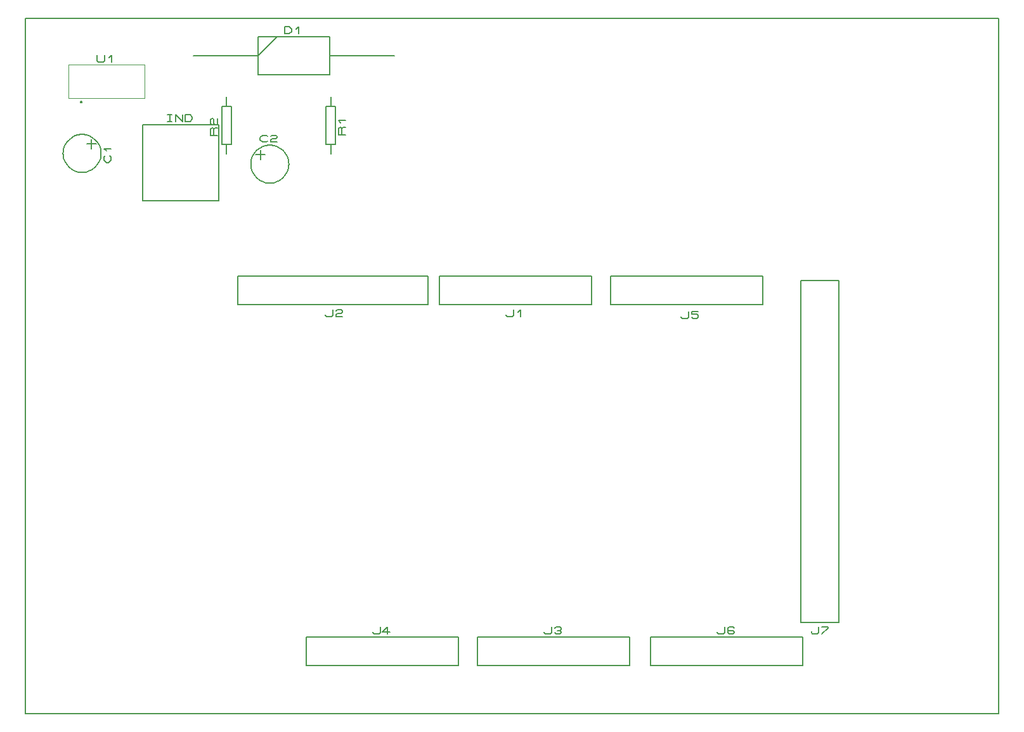
<source format=gbr>
G04 PROTEUS GERBER X2 FILE*
%TF.GenerationSoftware,Labcenter,Proteus,8.12-SP2-Build31155*%
%TF.CreationDate,2022-01-10T11:38:20+00:00*%
%TF.FileFunction,Legend,Top*%
%TF.FilePolarity,Positive*%
%TF.Part,Single*%
%TF.SameCoordinates,{77801cfb-34c7-4bc7-9940-2a46c461fd0e}*%
%FSLAX45Y45*%
%MOMM*%
G01*
%TA.AperFunction,Material*%
%ADD23C,0.203200*%
%TA.AperFunction,Profile*%
%ADD21C,0.203200*%
%TA.AperFunction,Material*%
%ADD24C,0.100000*%
%ADD25C,0.200000*%
%TD.AperFunction*%
D23*
X+5191000Y-2482000D02*
X+5699000Y-2482000D01*
X+5699000Y+2090000D01*
X+5191000Y+2090000D01*
X+5191000Y-2482000D01*
X+5328160Y-2598840D02*
X+5328160Y-2614080D01*
X+5344035Y-2629320D01*
X+5407535Y-2629320D01*
X+5423410Y-2614080D01*
X+5423410Y-2537880D01*
X+5471035Y-2537880D02*
X+5550410Y-2537880D01*
X+5550410Y-2553120D01*
X+5471035Y-2629320D01*
X+3184400Y-3053500D02*
X+5216400Y-3053500D01*
X+5216400Y-2672500D01*
X+3184400Y-2672500D01*
X+3184400Y-3053500D01*
X+4073400Y-2601380D02*
X+4073400Y-2616620D01*
X+4089275Y-2631860D01*
X+4152775Y-2631860D01*
X+4168650Y-2616620D01*
X+4168650Y-2540420D01*
X+4295650Y-2555660D02*
X+4279775Y-2540420D01*
X+4232150Y-2540420D01*
X+4216275Y-2555660D01*
X+4216275Y-2616620D01*
X+4232150Y-2631860D01*
X+4279775Y-2631860D01*
X+4295650Y-2616620D01*
X+4295650Y-2601380D01*
X+4279775Y-2586140D01*
X+4216275Y-2586140D01*
X+873000Y-3053500D02*
X+2905000Y-3053500D01*
X+2905000Y-2672500D01*
X+873000Y-2672500D01*
X+873000Y-3053500D01*
X+1762000Y-2601380D02*
X+1762000Y-2616620D01*
X+1777875Y-2631860D01*
X+1841375Y-2631860D01*
X+1857250Y-2616620D01*
X+1857250Y-2540420D01*
X+1904875Y-2555660D02*
X+1920750Y-2540420D01*
X+1968375Y-2540420D01*
X+1984250Y-2555660D01*
X+1984250Y-2570900D01*
X+1968375Y-2586140D01*
X+1984250Y-2601380D01*
X+1984250Y-2616620D01*
X+1968375Y-2631860D01*
X+1920750Y-2631860D01*
X+1904875Y-2616620D01*
X+1936625Y-2586140D02*
X+1968375Y-2586140D01*
X-1413000Y-3053500D02*
X+619000Y-3053500D01*
X+619000Y-2672500D01*
X-1413000Y-2672500D01*
X-1413000Y-3053500D01*
X-524000Y-2601380D02*
X-524000Y-2616620D01*
X-508125Y-2631860D01*
X-444625Y-2631860D01*
X-428750Y-2616620D01*
X-428750Y-2540420D01*
X-301750Y-2601380D02*
X-397000Y-2601380D01*
X-333500Y-2540420D01*
X-333500Y-2631860D01*
X+2651000Y+1772500D02*
X+4683000Y+1772500D01*
X+4683000Y+2153500D01*
X+2651000Y+2153500D01*
X+2651000Y+1772500D01*
X+3590800Y+1615020D02*
X+3590800Y+1599780D01*
X+3606675Y+1584540D01*
X+3670175Y+1584540D01*
X+3686050Y+1599780D01*
X+3686050Y+1675980D01*
X+3813050Y+1675980D02*
X+3733675Y+1675980D01*
X+3733675Y+1645500D01*
X+3797175Y+1645500D01*
X+3813050Y+1630260D01*
X+3813050Y+1599780D01*
X+3797175Y+1584540D01*
X+3749550Y+1584540D01*
X+3733675Y+1599780D01*
X+365000Y+1772500D02*
X+2397000Y+1772500D01*
X+2397000Y+2153500D01*
X+365000Y+2153500D01*
X+365000Y+1772500D01*
X+1254000Y+1640420D02*
X+1254000Y+1625180D01*
X+1269875Y+1609940D01*
X+1333375Y+1609940D01*
X+1349250Y+1625180D01*
X+1349250Y+1701380D01*
X+1412750Y+1670900D02*
X+1444500Y+1701380D01*
X+1444500Y+1609940D01*
X-2327400Y+1772500D02*
X+212600Y+1772500D01*
X+212600Y+2153500D01*
X-2327400Y+2153500D01*
X-2327400Y+1772500D01*
X-1159000Y+1640420D02*
X-1159000Y+1625180D01*
X-1143125Y+1609940D01*
X-1079625Y+1609940D01*
X-1063750Y+1625180D01*
X-1063750Y+1701380D01*
X-1016125Y+1686140D02*
X-1000250Y+1701380D01*
X-952625Y+1701380D01*
X-936750Y+1686140D01*
X-936750Y+1670900D01*
X-952625Y+1655660D01*
X-1000250Y+1655660D01*
X-1016125Y+1640420D01*
X-1016125Y+1609940D01*
X-936750Y+1609940D01*
D21*
X-5170000Y-3700000D02*
X+7830000Y-3700000D01*
X+7830000Y+5600000D01*
X-5170000Y+5600000D01*
X-5170000Y-3700000D01*
D24*
X-4588000Y+4535000D02*
X-3572000Y+4535000D01*
X-3572000Y+4980000D01*
X-4588000Y+4980000D01*
X-4588000Y+4535000D01*
D25*
X-4420000Y+4469750D02*
X-4412891Y+4472641D01*
X-4410000Y+4479750D01*
X-4412891Y+4486859D01*
X-4420000Y+4489750D01*
X-4420000Y+4489750D01*
X-4427109Y+4486859D01*
X-4430000Y+4479750D01*
X-4427109Y+4472641D01*
X-4420000Y+4469750D01*
X-4420000Y+4469750D01*
D23*
X-4207000Y+5106920D02*
X-4207000Y+5030720D01*
X-4191125Y+5015480D01*
X-4127625Y+5015480D01*
X-4111750Y+5030720D01*
X-4111750Y+5106920D01*
X-4048250Y+5076440D02*
X-4016500Y+5106920D01*
X-4016500Y+5015480D01*
X-4156000Y+3793000D02*
X-4156827Y+3813483D01*
X-4163545Y+3854450D01*
X-4177563Y+3895417D01*
X-4200341Y+3936384D01*
X-4235141Y+3977229D01*
X-4276108Y+4008845D01*
X-4317075Y+4029392D01*
X-4358042Y+4041629D01*
X-4399009Y+4046762D01*
X-4410000Y+4047000D01*
X-4664000Y+3793000D02*
X-4663173Y+3813483D01*
X-4656455Y+3854450D01*
X-4642437Y+3895417D01*
X-4619659Y+3936384D01*
X-4584859Y+3977229D01*
X-4543892Y+4008845D01*
X-4502925Y+4029392D01*
X-4461958Y+4041629D01*
X-4420991Y+4046762D01*
X-4410000Y+4047000D01*
X-4664000Y+3793000D02*
X-4663173Y+3772517D01*
X-4656455Y+3731550D01*
X-4642437Y+3690583D01*
X-4619659Y+3649616D01*
X-4584859Y+3608771D01*
X-4543892Y+3577155D01*
X-4502925Y+3556608D01*
X-4461958Y+3544371D01*
X-4420991Y+3539238D01*
X-4410000Y+3539000D01*
X-4156000Y+3793000D02*
X-4156827Y+3772517D01*
X-4163545Y+3731550D01*
X-4177563Y+3690583D01*
X-4200341Y+3649616D01*
X-4235141Y+3608771D01*
X-4276108Y+3577155D01*
X-4317075Y+3556608D01*
X-4358042Y+3544371D01*
X-4399009Y+3539238D01*
X-4410000Y+3539000D01*
X-4283000Y+3983500D02*
X-4283000Y+3856500D01*
X-4219500Y+3920000D02*
X-4346500Y+3920000D01*
X-4039160Y+3762170D02*
X-4023920Y+3746295D01*
X-4023920Y+3698670D01*
X-4054400Y+3666920D01*
X-4084880Y+3666920D01*
X-4115360Y+3698670D01*
X-4115360Y+3746295D01*
X-4100120Y+3762170D01*
X-4084880Y+3825670D02*
X-4115360Y+3857420D01*
X-4023920Y+3857420D01*
D25*
X-2056000Y+4846000D02*
X-1104000Y+4846000D01*
X-1104000Y+5354000D01*
X-2056000Y+5354000D01*
X-2056000Y+4846000D01*
X-2056000Y+5100000D02*
X-1802000Y+5354000D01*
X-2922000Y+5100000D02*
X-2056000Y+5100000D01*
X-1104000Y+5100000D02*
X-238000Y+5100000D01*
D23*
X-1707000Y+5394480D02*
X-1707000Y+5485920D01*
X-1643500Y+5485920D01*
X-1611750Y+5455440D01*
X-1611750Y+5424960D01*
X-1643500Y+5394480D01*
X-1707000Y+5394480D01*
X-1548250Y+5455440D02*
X-1516500Y+5485920D01*
X-1516500Y+5394480D01*
X-1649000Y+3650000D02*
X-1649827Y+3670483D01*
X-1656545Y+3711450D01*
X-1670563Y+3752417D01*
X-1693341Y+3793384D01*
X-1728141Y+3834229D01*
X-1769108Y+3865845D01*
X-1810075Y+3886392D01*
X-1851042Y+3898629D01*
X-1892009Y+3903762D01*
X-1903000Y+3904000D01*
X-2157000Y+3650000D02*
X-2156173Y+3670483D01*
X-2149455Y+3711450D01*
X-2135437Y+3752417D01*
X-2112659Y+3793384D01*
X-2077859Y+3834229D01*
X-2036892Y+3865845D01*
X-1995925Y+3886392D01*
X-1954958Y+3898629D01*
X-1913991Y+3903762D01*
X-1903000Y+3904000D01*
X-2157000Y+3650000D02*
X-2156173Y+3629517D01*
X-2149455Y+3588550D01*
X-2135437Y+3547583D01*
X-2112659Y+3506616D01*
X-2077859Y+3465771D01*
X-2036892Y+3434155D01*
X-1995925Y+3413608D01*
X-1954958Y+3401371D01*
X-1913991Y+3396238D01*
X-1903000Y+3396000D01*
X-1649000Y+3650000D02*
X-1649827Y+3629517D01*
X-1656545Y+3588550D01*
X-1670563Y+3547583D01*
X-1693341Y+3506616D01*
X-1728141Y+3465771D01*
X-1769108Y+3434155D01*
X-1810075Y+3413608D01*
X-1851042Y+3401371D01*
X-1892009Y+3396238D01*
X-1903000Y+3396000D01*
X-2093500Y+3777000D02*
X-1966500Y+3777000D01*
X-2030000Y+3840500D02*
X-2030000Y+3713500D01*
X-1935670Y+3959880D02*
X-1951545Y+3944640D01*
X-1999170Y+3944640D01*
X-2030920Y+3975120D01*
X-2030920Y+4005600D01*
X-1999170Y+4036080D01*
X-1951545Y+4036080D01*
X-1935670Y+4020840D01*
X-1888045Y+4020840D02*
X-1872170Y+4036080D01*
X-1824545Y+4036080D01*
X-1808670Y+4020840D01*
X-1808670Y+4005600D01*
X-1824545Y+3990360D01*
X-1872170Y+3990360D01*
X-1888045Y+3975120D01*
X-1888045Y+3944640D01*
X-1808670Y+3944640D01*
X-2480000Y+3791000D02*
X-2480000Y+3918000D01*
X-2543500Y+3918000D02*
X-2416500Y+3918000D01*
X-2416500Y+4426000D01*
X-2543500Y+4426000D01*
X-2543500Y+3918000D01*
X-2480000Y+4426000D02*
X-2480000Y+4553000D01*
X-2604140Y+4035000D02*
X-2695580Y+4035000D01*
X-2695580Y+4114375D01*
X-2680340Y+4130250D01*
X-2665100Y+4130250D01*
X-2649860Y+4114375D01*
X-2649860Y+4035000D01*
X-2649860Y+4114375D02*
X-2634620Y+4130250D01*
X-2604140Y+4130250D01*
X-2680340Y+4177875D02*
X-2695580Y+4193750D01*
X-2695580Y+4241375D01*
X-2680340Y+4257250D01*
X-2665100Y+4257250D01*
X-2649860Y+4241375D01*
X-2649860Y+4193750D01*
X-2634620Y+4177875D01*
X-2604140Y+4177875D01*
X-2604140Y+4257250D01*
X-1090000Y+4553000D02*
X-1090000Y+4426000D01*
X-1153500Y+3918000D02*
X-1026500Y+3918000D01*
X-1026500Y+4426000D01*
X-1153500Y+4426000D01*
X-1153500Y+3918000D01*
X-1090000Y+3918000D02*
X-1090000Y+3791000D01*
X-894420Y+4045000D02*
X-985860Y+4045000D01*
X-985860Y+4124375D01*
X-970620Y+4140250D01*
X-955380Y+4140250D01*
X-940140Y+4124375D01*
X-940140Y+4045000D01*
X-940140Y+4124375D02*
X-924900Y+4140250D01*
X-894420Y+4140250D01*
X-955380Y+4203750D02*
X-985860Y+4235500D01*
X-894420Y+4235500D01*
X-3604000Y+4178000D02*
X-3604000Y+3162000D01*
X-2588000Y+4178000D02*
X-2588000Y+3162000D01*
X-3604000Y+3162000D02*
X-2588000Y+3162000D01*
X-3604000Y+4178000D02*
X-2588000Y+4178000D01*
X-3270625Y+4310080D02*
X-3207125Y+4310080D01*
X-3238875Y+4310080D02*
X-3238875Y+4218640D01*
X-3270625Y+4218640D02*
X-3207125Y+4218640D01*
X-3159500Y+4218640D02*
X-3159500Y+4310080D01*
X-3064250Y+4218640D01*
X-3064250Y+4310080D01*
X-3032500Y+4218640D02*
X-3032500Y+4310080D01*
X-2969000Y+4310080D01*
X-2937250Y+4279600D01*
X-2937250Y+4249120D01*
X-2969000Y+4218640D01*
X-3032500Y+4218640D01*
M02*

</source>
